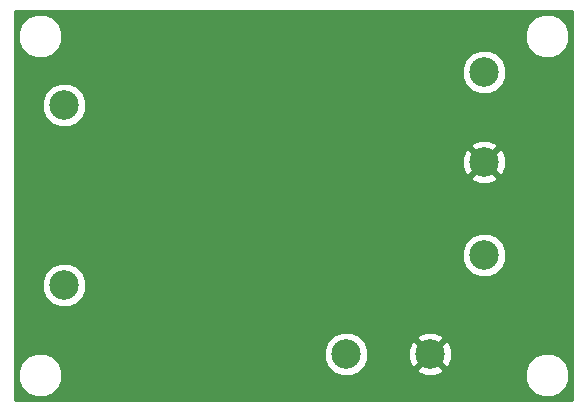
<source format=gbr>
G04 #@! TF.GenerationSoftware,KiCad,Pcbnew,5.0.2+dfsg1-1*
G04 #@! TF.CreationDate,2019-12-28T11:31:48-05:00*
G04 #@! TF.ProjectId,2001captchpad,32303031-6361-4707-9463-687061642e6b,rev?*
G04 #@! TF.SameCoordinates,Original*
G04 #@! TF.FileFunction,Copper,L2,Bot*
G04 #@! TF.FilePolarity,Positive*
%FSLAX46Y46*%
G04 Gerber Fmt 4.6, Leading zero omitted, Abs format (unit mm)*
G04 Created by KiCad (PCBNEW 5.0.2+dfsg1-1) date Sat 28 Dec 2019 11:31:48 AM EST*
%MOMM*%
%LPD*%
G01*
G04 APERTURE LIST*
G04 #@! TA.AperFunction,ComponentPad*
%ADD10C,2.499360*%
G04 #@! TD*
G04 #@! TA.AperFunction,ViaPad*
%ADD11C,0.800000*%
G04 #@! TD*
G04 #@! TA.AperFunction,Conductor*
%ADD12C,0.254000*%
G04 #@! TD*
G04 APERTURE END LIST*
D10*
G04 #@! TO.P,J1,1*
G04 #@! TO.N,Net-(J1-Pad1)*
X178562000Y-88138000D03*
G04 #@! TD*
G04 #@! TO.P,J2,1*
G04 #@! TO.N,GND*
X178562000Y-95758000D03*
G04 #@! TD*
G04 #@! TO.P,J3,1*
G04 #@! TO.N,Net-(J3-Pad1)*
X178562000Y-103632000D03*
G04 #@! TD*
G04 #@! TO.P,J4,1*
G04 #@! TO.N,Net-(J4-Pad1)*
X143002000Y-90932000D03*
G04 #@! TD*
G04 #@! TO.P,J5,1*
G04 #@! TO.N,Net-(J5-Pad1)*
X143002000Y-106172000D03*
G04 #@! TD*
G04 #@! TO.P,J6,1*
G04 #@! TO.N,+3V3*
X166878000Y-112014000D03*
G04 #@! TD*
G04 #@! TO.P,J7,1*
G04 #@! TO.N,GND*
X173990000Y-112014000D03*
G04 #@! TD*
D11*
G04 #@! TO.N,GND*
X176784000Y-112014000D03*
X170434000Y-112014000D03*
X163322000Y-112268000D03*
X178816000Y-109728000D03*
X178562000Y-98298000D03*
X178562000Y-90678000D03*
X140208000Y-90932000D03*
X139954000Y-106172000D03*
G04 #@! TD*
D12*
G04 #@! TO.N,GND*
G36*
X185980001Y-115876000D02*
X138886000Y-115876000D01*
X138886000Y-113417050D01*
X139085000Y-113417050D01*
X139085000Y-114166950D01*
X139371974Y-114859767D01*
X139902233Y-115390026D01*
X140595050Y-115677000D01*
X141344950Y-115677000D01*
X142037767Y-115390026D01*
X142568026Y-114859767D01*
X142855000Y-114166950D01*
X142855000Y-113417050D01*
X142568026Y-112724233D01*
X142037767Y-112193974D01*
X141344950Y-111907000D01*
X140595050Y-111907000D01*
X139902233Y-112193974D01*
X139371974Y-112724233D01*
X139085000Y-113417050D01*
X138886000Y-113417050D01*
X138886000Y-111639114D01*
X164993320Y-111639114D01*
X164993320Y-112388886D01*
X165280245Y-113081585D01*
X165810415Y-113611755D01*
X166503114Y-113898680D01*
X167252886Y-113898680D01*
X167945585Y-113611755D01*
X168210251Y-113347089D01*
X172836517Y-113347089D01*
X172965725Y-113639859D01*
X173665883Y-113908071D01*
X174415384Y-113887928D01*
X175014275Y-113639859D01*
X175112607Y-113417050D01*
X182011000Y-113417050D01*
X182011000Y-114166950D01*
X182297974Y-114859767D01*
X182828233Y-115390026D01*
X183521050Y-115677000D01*
X184270950Y-115677000D01*
X184963767Y-115390026D01*
X185494026Y-114859767D01*
X185781000Y-114166950D01*
X185781000Y-113417050D01*
X185494026Y-112724233D01*
X184963767Y-112193974D01*
X184270950Y-111907000D01*
X183521050Y-111907000D01*
X182828233Y-112193974D01*
X182297974Y-112724233D01*
X182011000Y-113417050D01*
X175112607Y-113417050D01*
X175143483Y-113347089D01*
X173990000Y-112193605D01*
X172836517Y-113347089D01*
X168210251Y-113347089D01*
X168475755Y-113081585D01*
X168762680Y-112388886D01*
X168762680Y-111689883D01*
X172095929Y-111689883D01*
X172116072Y-112439384D01*
X172364141Y-113038275D01*
X172656911Y-113167483D01*
X173810395Y-112014000D01*
X174169605Y-112014000D01*
X175323089Y-113167483D01*
X175615859Y-113038275D01*
X175884071Y-112338117D01*
X175863928Y-111588616D01*
X175615859Y-110989725D01*
X175323089Y-110860517D01*
X174169605Y-112014000D01*
X173810395Y-112014000D01*
X172656911Y-110860517D01*
X172364141Y-110989725D01*
X172095929Y-111689883D01*
X168762680Y-111689883D01*
X168762680Y-111639114D01*
X168475755Y-110946415D01*
X168210251Y-110680911D01*
X172836517Y-110680911D01*
X173990000Y-111834395D01*
X175143483Y-110680911D01*
X175014275Y-110388141D01*
X174314117Y-110119929D01*
X173564616Y-110140072D01*
X172965725Y-110388141D01*
X172836517Y-110680911D01*
X168210251Y-110680911D01*
X167945585Y-110416245D01*
X167252886Y-110129320D01*
X166503114Y-110129320D01*
X165810415Y-110416245D01*
X165280245Y-110946415D01*
X164993320Y-111639114D01*
X138886000Y-111639114D01*
X138886000Y-105797114D01*
X141117320Y-105797114D01*
X141117320Y-106546886D01*
X141404245Y-107239585D01*
X141934415Y-107769755D01*
X142627114Y-108056680D01*
X143376886Y-108056680D01*
X144069585Y-107769755D01*
X144599755Y-107239585D01*
X144886680Y-106546886D01*
X144886680Y-105797114D01*
X144599755Y-105104415D01*
X144069585Y-104574245D01*
X143376886Y-104287320D01*
X142627114Y-104287320D01*
X141934415Y-104574245D01*
X141404245Y-105104415D01*
X141117320Y-105797114D01*
X138886000Y-105797114D01*
X138886000Y-103257114D01*
X176677320Y-103257114D01*
X176677320Y-104006886D01*
X176964245Y-104699585D01*
X177494415Y-105229755D01*
X178187114Y-105516680D01*
X178936886Y-105516680D01*
X179629585Y-105229755D01*
X180159755Y-104699585D01*
X180446680Y-104006886D01*
X180446680Y-103257114D01*
X180159755Y-102564415D01*
X179629585Y-102034245D01*
X178936886Y-101747320D01*
X178187114Y-101747320D01*
X177494415Y-102034245D01*
X176964245Y-102564415D01*
X176677320Y-103257114D01*
X138886000Y-103257114D01*
X138886000Y-97091089D01*
X177408517Y-97091089D01*
X177537725Y-97383859D01*
X178237883Y-97652071D01*
X178987384Y-97631928D01*
X179586275Y-97383859D01*
X179715483Y-97091089D01*
X178562000Y-95937605D01*
X177408517Y-97091089D01*
X138886000Y-97091089D01*
X138886000Y-95433883D01*
X176667929Y-95433883D01*
X176688072Y-96183384D01*
X176936141Y-96782275D01*
X177228911Y-96911483D01*
X178382395Y-95758000D01*
X178741605Y-95758000D01*
X179895089Y-96911483D01*
X180187859Y-96782275D01*
X180456071Y-96082117D01*
X180435928Y-95332616D01*
X180187859Y-94733725D01*
X179895089Y-94604517D01*
X178741605Y-95758000D01*
X178382395Y-95758000D01*
X177228911Y-94604517D01*
X176936141Y-94733725D01*
X176667929Y-95433883D01*
X138886000Y-95433883D01*
X138886000Y-94424911D01*
X177408517Y-94424911D01*
X178562000Y-95578395D01*
X179715483Y-94424911D01*
X179586275Y-94132141D01*
X178886117Y-93863929D01*
X178136616Y-93884072D01*
X177537725Y-94132141D01*
X177408517Y-94424911D01*
X138886000Y-94424911D01*
X138886000Y-90557114D01*
X141117320Y-90557114D01*
X141117320Y-91306886D01*
X141404245Y-91999585D01*
X141934415Y-92529755D01*
X142627114Y-92816680D01*
X143376886Y-92816680D01*
X144069585Y-92529755D01*
X144599755Y-91999585D01*
X144886680Y-91306886D01*
X144886680Y-90557114D01*
X144599755Y-89864415D01*
X144069585Y-89334245D01*
X143376886Y-89047320D01*
X142627114Y-89047320D01*
X141934415Y-89334245D01*
X141404245Y-89864415D01*
X141117320Y-90557114D01*
X138886000Y-90557114D01*
X138886000Y-87763114D01*
X176677320Y-87763114D01*
X176677320Y-88512886D01*
X176964245Y-89205585D01*
X177494415Y-89735755D01*
X178187114Y-90022680D01*
X178936886Y-90022680D01*
X179629585Y-89735755D01*
X180159755Y-89205585D01*
X180446680Y-88512886D01*
X180446680Y-87763114D01*
X180159755Y-87070415D01*
X179629585Y-86540245D01*
X178936886Y-86253320D01*
X178187114Y-86253320D01*
X177494415Y-86540245D01*
X176964245Y-87070415D01*
X176677320Y-87763114D01*
X138886000Y-87763114D01*
X138886000Y-84715050D01*
X139085000Y-84715050D01*
X139085000Y-85464950D01*
X139371974Y-86157767D01*
X139902233Y-86688026D01*
X140595050Y-86975000D01*
X141344950Y-86975000D01*
X142037767Y-86688026D01*
X142568026Y-86157767D01*
X142855000Y-85464950D01*
X142855000Y-84715050D01*
X182011000Y-84715050D01*
X182011000Y-85464950D01*
X182297974Y-86157767D01*
X182828233Y-86688026D01*
X183521050Y-86975000D01*
X184270950Y-86975000D01*
X184963767Y-86688026D01*
X185494026Y-86157767D01*
X185781000Y-85464950D01*
X185781000Y-84715050D01*
X185494026Y-84022233D01*
X184963767Y-83491974D01*
X184270950Y-83205000D01*
X183521050Y-83205000D01*
X182828233Y-83491974D01*
X182297974Y-84022233D01*
X182011000Y-84715050D01*
X142855000Y-84715050D01*
X142568026Y-84022233D01*
X142037767Y-83491974D01*
X141344950Y-83205000D01*
X140595050Y-83205000D01*
X139902233Y-83491974D01*
X139371974Y-84022233D01*
X139085000Y-84715050D01*
X138886000Y-84715050D01*
X138886000Y-83006000D01*
X185980000Y-83006000D01*
X185980001Y-115876000D01*
X185980001Y-115876000D01*
G37*
X185980001Y-115876000D02*
X138886000Y-115876000D01*
X138886000Y-113417050D01*
X139085000Y-113417050D01*
X139085000Y-114166950D01*
X139371974Y-114859767D01*
X139902233Y-115390026D01*
X140595050Y-115677000D01*
X141344950Y-115677000D01*
X142037767Y-115390026D01*
X142568026Y-114859767D01*
X142855000Y-114166950D01*
X142855000Y-113417050D01*
X142568026Y-112724233D01*
X142037767Y-112193974D01*
X141344950Y-111907000D01*
X140595050Y-111907000D01*
X139902233Y-112193974D01*
X139371974Y-112724233D01*
X139085000Y-113417050D01*
X138886000Y-113417050D01*
X138886000Y-111639114D01*
X164993320Y-111639114D01*
X164993320Y-112388886D01*
X165280245Y-113081585D01*
X165810415Y-113611755D01*
X166503114Y-113898680D01*
X167252886Y-113898680D01*
X167945585Y-113611755D01*
X168210251Y-113347089D01*
X172836517Y-113347089D01*
X172965725Y-113639859D01*
X173665883Y-113908071D01*
X174415384Y-113887928D01*
X175014275Y-113639859D01*
X175112607Y-113417050D01*
X182011000Y-113417050D01*
X182011000Y-114166950D01*
X182297974Y-114859767D01*
X182828233Y-115390026D01*
X183521050Y-115677000D01*
X184270950Y-115677000D01*
X184963767Y-115390026D01*
X185494026Y-114859767D01*
X185781000Y-114166950D01*
X185781000Y-113417050D01*
X185494026Y-112724233D01*
X184963767Y-112193974D01*
X184270950Y-111907000D01*
X183521050Y-111907000D01*
X182828233Y-112193974D01*
X182297974Y-112724233D01*
X182011000Y-113417050D01*
X175112607Y-113417050D01*
X175143483Y-113347089D01*
X173990000Y-112193605D01*
X172836517Y-113347089D01*
X168210251Y-113347089D01*
X168475755Y-113081585D01*
X168762680Y-112388886D01*
X168762680Y-111689883D01*
X172095929Y-111689883D01*
X172116072Y-112439384D01*
X172364141Y-113038275D01*
X172656911Y-113167483D01*
X173810395Y-112014000D01*
X174169605Y-112014000D01*
X175323089Y-113167483D01*
X175615859Y-113038275D01*
X175884071Y-112338117D01*
X175863928Y-111588616D01*
X175615859Y-110989725D01*
X175323089Y-110860517D01*
X174169605Y-112014000D01*
X173810395Y-112014000D01*
X172656911Y-110860517D01*
X172364141Y-110989725D01*
X172095929Y-111689883D01*
X168762680Y-111689883D01*
X168762680Y-111639114D01*
X168475755Y-110946415D01*
X168210251Y-110680911D01*
X172836517Y-110680911D01*
X173990000Y-111834395D01*
X175143483Y-110680911D01*
X175014275Y-110388141D01*
X174314117Y-110119929D01*
X173564616Y-110140072D01*
X172965725Y-110388141D01*
X172836517Y-110680911D01*
X168210251Y-110680911D01*
X167945585Y-110416245D01*
X167252886Y-110129320D01*
X166503114Y-110129320D01*
X165810415Y-110416245D01*
X165280245Y-110946415D01*
X164993320Y-111639114D01*
X138886000Y-111639114D01*
X138886000Y-105797114D01*
X141117320Y-105797114D01*
X141117320Y-106546886D01*
X141404245Y-107239585D01*
X141934415Y-107769755D01*
X142627114Y-108056680D01*
X143376886Y-108056680D01*
X144069585Y-107769755D01*
X144599755Y-107239585D01*
X144886680Y-106546886D01*
X144886680Y-105797114D01*
X144599755Y-105104415D01*
X144069585Y-104574245D01*
X143376886Y-104287320D01*
X142627114Y-104287320D01*
X141934415Y-104574245D01*
X141404245Y-105104415D01*
X141117320Y-105797114D01*
X138886000Y-105797114D01*
X138886000Y-103257114D01*
X176677320Y-103257114D01*
X176677320Y-104006886D01*
X176964245Y-104699585D01*
X177494415Y-105229755D01*
X178187114Y-105516680D01*
X178936886Y-105516680D01*
X179629585Y-105229755D01*
X180159755Y-104699585D01*
X180446680Y-104006886D01*
X180446680Y-103257114D01*
X180159755Y-102564415D01*
X179629585Y-102034245D01*
X178936886Y-101747320D01*
X178187114Y-101747320D01*
X177494415Y-102034245D01*
X176964245Y-102564415D01*
X176677320Y-103257114D01*
X138886000Y-103257114D01*
X138886000Y-97091089D01*
X177408517Y-97091089D01*
X177537725Y-97383859D01*
X178237883Y-97652071D01*
X178987384Y-97631928D01*
X179586275Y-97383859D01*
X179715483Y-97091089D01*
X178562000Y-95937605D01*
X177408517Y-97091089D01*
X138886000Y-97091089D01*
X138886000Y-95433883D01*
X176667929Y-95433883D01*
X176688072Y-96183384D01*
X176936141Y-96782275D01*
X177228911Y-96911483D01*
X178382395Y-95758000D01*
X178741605Y-95758000D01*
X179895089Y-96911483D01*
X180187859Y-96782275D01*
X180456071Y-96082117D01*
X180435928Y-95332616D01*
X180187859Y-94733725D01*
X179895089Y-94604517D01*
X178741605Y-95758000D01*
X178382395Y-95758000D01*
X177228911Y-94604517D01*
X176936141Y-94733725D01*
X176667929Y-95433883D01*
X138886000Y-95433883D01*
X138886000Y-94424911D01*
X177408517Y-94424911D01*
X178562000Y-95578395D01*
X179715483Y-94424911D01*
X179586275Y-94132141D01*
X178886117Y-93863929D01*
X178136616Y-93884072D01*
X177537725Y-94132141D01*
X177408517Y-94424911D01*
X138886000Y-94424911D01*
X138886000Y-90557114D01*
X141117320Y-90557114D01*
X141117320Y-91306886D01*
X141404245Y-91999585D01*
X141934415Y-92529755D01*
X142627114Y-92816680D01*
X143376886Y-92816680D01*
X144069585Y-92529755D01*
X144599755Y-91999585D01*
X144886680Y-91306886D01*
X144886680Y-90557114D01*
X144599755Y-89864415D01*
X144069585Y-89334245D01*
X143376886Y-89047320D01*
X142627114Y-89047320D01*
X141934415Y-89334245D01*
X141404245Y-89864415D01*
X141117320Y-90557114D01*
X138886000Y-90557114D01*
X138886000Y-87763114D01*
X176677320Y-87763114D01*
X176677320Y-88512886D01*
X176964245Y-89205585D01*
X177494415Y-89735755D01*
X178187114Y-90022680D01*
X178936886Y-90022680D01*
X179629585Y-89735755D01*
X180159755Y-89205585D01*
X180446680Y-88512886D01*
X180446680Y-87763114D01*
X180159755Y-87070415D01*
X179629585Y-86540245D01*
X178936886Y-86253320D01*
X178187114Y-86253320D01*
X177494415Y-86540245D01*
X176964245Y-87070415D01*
X176677320Y-87763114D01*
X138886000Y-87763114D01*
X138886000Y-84715050D01*
X139085000Y-84715050D01*
X139085000Y-85464950D01*
X139371974Y-86157767D01*
X139902233Y-86688026D01*
X140595050Y-86975000D01*
X141344950Y-86975000D01*
X142037767Y-86688026D01*
X142568026Y-86157767D01*
X142855000Y-85464950D01*
X142855000Y-84715050D01*
X182011000Y-84715050D01*
X182011000Y-85464950D01*
X182297974Y-86157767D01*
X182828233Y-86688026D01*
X183521050Y-86975000D01*
X184270950Y-86975000D01*
X184963767Y-86688026D01*
X185494026Y-86157767D01*
X185781000Y-85464950D01*
X185781000Y-84715050D01*
X185494026Y-84022233D01*
X184963767Y-83491974D01*
X184270950Y-83205000D01*
X183521050Y-83205000D01*
X182828233Y-83491974D01*
X182297974Y-84022233D01*
X182011000Y-84715050D01*
X142855000Y-84715050D01*
X142568026Y-84022233D01*
X142037767Y-83491974D01*
X141344950Y-83205000D01*
X140595050Y-83205000D01*
X139902233Y-83491974D01*
X139371974Y-84022233D01*
X139085000Y-84715050D01*
X138886000Y-84715050D01*
X138886000Y-83006000D01*
X185980000Y-83006000D01*
X185980001Y-115876000D01*
G04 #@! TD*
M02*

</source>
